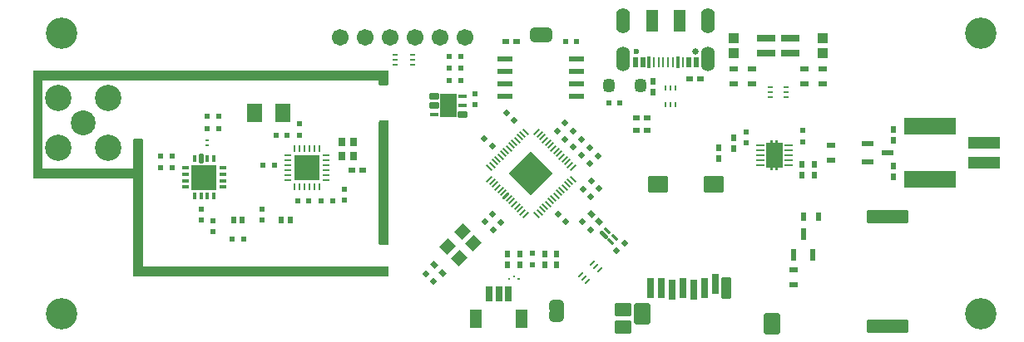
<source format=gbr>
%TF.GenerationSoftware,KiCad,Pcbnew,9.0.2+1*%
%TF.CreationDate,2025-05-31T23:41:05+01:00*%
%TF.ProjectId,OBC,4f42432e-6b69-4636-9164-5f7063625858,rev?*%
%TF.SameCoordinates,Original*%
%TF.FileFunction,Soldermask,Top*%
%TF.FilePolarity,Negative*%
%FSLAX45Y45*%
G04 Gerber Fmt 4.5, Leading zero omitted, Abs format (unit mm)*
G04 Created by KiCad (PCBNEW 9.0.2+1) date 2025-05-31 23:41:05*
%MOMM*%
%LPD*%
G01*
G04 APERTURE LIST*
G04 Aperture macros list*
%AMRoundRect*
0 Rectangle with rounded corners*
0 $1 Rounding radius*
0 $2 $3 $4 $5 $6 $7 $8 $9 X,Y pos of 4 corners*
0 Add a 4 corners polygon primitive as box body*
4,1,4,$2,$3,$4,$5,$6,$7,$8,$9,$2,$3,0*
0 Add four circle primitives for the rounded corners*
1,1,$1+$1,$2,$3*
1,1,$1+$1,$4,$5*
1,1,$1+$1,$6,$7*
1,1,$1+$1,$8,$9*
0 Add four rect primitives between the rounded corners*
20,1,$1+$1,$2,$3,$4,$5,0*
20,1,$1+$1,$4,$5,$6,$7,0*
20,1,$1+$1,$6,$7,$8,$9,0*
20,1,$1+$1,$8,$9,$2,$3,0*%
%AMRotRect*
0 Rectangle, with rotation*
0 The origin of the aperture is its center*
0 $1 length*
0 $2 width*
0 $3 Rotation angle, in degrees counterclockwise*
0 Add horizontal line*
21,1,$1,$2,0,0,$3*%
%AMFreePoly0*
4,1,23,0.500000,-0.750000,0.000000,-0.750000,0.000000,-0.745722,-0.065263,-0.745722,-0.191342,-0.711940,-0.304381,-0.646677,-0.396677,-0.554381,-0.461940,-0.441342,-0.495722,-0.315263,-0.495722,-0.250000,-0.500000,-0.250000,-0.500000,0.250000,-0.495722,0.250000,-0.495722,0.315263,-0.461940,0.441342,-0.396677,0.554381,-0.304381,0.646677,-0.191342,0.711940,-0.065263,0.745722,0.000000,0.745722,
0.000000,0.750000,0.500000,0.750000,0.500000,-0.750000,0.500000,-0.750000,$1*%
%AMFreePoly1*
4,1,23,0.000000,0.745722,0.065263,0.745722,0.191342,0.711940,0.304381,0.646677,0.396677,0.554381,0.461940,0.441342,0.495722,0.315263,0.495722,0.250000,0.500000,0.250000,0.500000,-0.250000,0.495722,-0.250000,0.495722,-0.315263,0.461940,-0.441342,0.396677,-0.554381,0.304381,-0.646677,0.191342,-0.711940,0.065263,-0.745722,0.000000,-0.745722,0.000000,-0.750000,-0.500000,-0.750000,
-0.500000,0.750000,0.000000,0.750000,0.000000,0.745722,0.000000,0.745722,$1*%
%AMFreePoly2*
4,1,21,-0.127000,1.244600,0.127000,1.244600,0.127000,1.549400,0.381000,1.549400,0.381000,1.244600,0.876300,1.244600,0.876300,-1.244600,0.381000,-1.244600,0.381000,-1.549400,0.127000,-1.549400,0.127000,-1.244600,-0.127000,-1.244600,-0.127000,-1.549400,-0.381000,-1.549400,-0.381000,-1.244600,-0.876300,-1.244600,-0.876300,1.244600,-0.381000,1.244600,-0.381000,1.549400,-0.127000,1.549400,
-0.127000,1.244600,-0.127000,1.244600,$1*%
G04 Aperture macros list end*
%ADD10C,0.010000*%
%ADD11C,0.000000*%
%ADD12RotRect,0.177800X0.812800X45.000000*%
%ADD13RotRect,0.177800X0.812800X315.000000*%
%ADD14RoundRect,0.050000X-0.350230X-0.224506X-0.224506X-0.350230X0.350230X0.224506X0.224506X0.350230X0*%
%ADD15RotRect,3.200400X3.200400X315.000000*%
%ADD16C,1.701800*%
%ADD17C,0.630000*%
%ADD18C,0.600000*%
%ADD19R,0.520000X1.000000*%
%ADD20R,0.270000X1.000000*%
%ADD21RoundRect,0.070000X0.135000X0.500000X-0.135000X0.500000X-0.135000X-0.500000X0.135000X-0.500000X0*%
%ADD22RoundRect,0.120000X0.500000X1.000000X-0.500000X1.000000X-0.500000X-1.000000X0.500000X-1.000000X0*%
%ADD23O,1.362000X2.520000*%
%ADD24O,1.404000X2.604000*%
%ADD25RoundRect,0.120000X-0.400000X-1.000000X0.400000X-1.000000X0.400000X1.000000X-0.400000X1.000000X0*%
%ADD26R,0.800000X2.000000*%
%ADD27RoundRect,0.120000X-0.900000X-0.700000X0.900000X-0.700000X0.900000X0.700000X-0.900000X0.700000X0*%
%ADD28RoundRect,0.120000X-0.700000X-0.950000X0.700000X-0.950000X0.700000X0.950000X-0.700000X0.950000X0*%
%ADD29RotRect,1.100000X1.300000X135.000000*%
%ADD30R,0.925000X2.400000*%
%ADD31R,0.925000X1.300000*%
%ADD32R,2.400000X0.925000*%
%ADD33R,1.300000X0.925000*%
%ADD34RoundRect,0.120000X0.406400X0.203200X-0.406400X0.203200X-0.406400X-0.203200X0.406400X-0.203200X0*%
%ADD35R,0.812800X0.406400*%
%ADD36R,1.752600X2.489200*%
%ADD37RoundRect,0.095000X-0.285000X-0.335000X0.285000X-0.335000X0.285000X0.335000X-0.285000X0.335000X0*%
%ADD38RoundRect,0.278500X-0.278500X-0.358500X0.278500X-0.358500X0.278500X0.358500X-0.278500X0.358500X0*%
%ADD39RotRect,0.762000X0.254000X315.000000*%
%ADD40RoundRect,0.100000X-0.359210X0.179605X0.179605X-0.359210X0.359210X-0.179605X-0.179605X0.359210X0*%
%ADD41R,0.508000X0.558800*%
%ADD42R,0.499999X0.655599*%
%ADD43R,1.524000X0.533400*%
%ADD44R,0.558800X0.508000*%
%ADD45C,3.200000*%
%ADD46R,0.762000X0.254000*%
%ADD47R,0.254000X0.762000*%
%ADD48R,2.641600X2.641600*%
%ADD49R,0.655599X0.499999*%
%ADD50R,0.400000X0.210000*%
%ADD51RoundRect,0.102000X0.725000X-0.575000X0.725000X0.575000X-0.725000X0.575000X-0.725000X-0.575000X0*%
%ADD52RotRect,0.558800X0.508000X225.000000*%
%ADD53RotRect,0.558800X0.508000X315.000000*%
%ADD54R,0.812800X0.500000*%
%ADD55R,1.244600X0.558800*%
%ADD56R,0.660400X1.549400*%
%ADD57R,1.295400X1.905000*%
%ADD58FreePoly0,90.000000*%
%ADD59FreePoly1,90.000000*%
%ADD60R,0.600000X1.250000*%
%ADD61R,0.304800X0.762000*%
%ADD62RoundRect,0.100000X-0.152400X-0.381000X0.152400X-0.381000X0.152400X0.381000X-0.152400X0.381000X0*%
%ADD63R,0.762000X0.304800*%
%ADD64RotRect,0.558800X0.508000X45.000000*%
%ADD65R,0.500000X0.660000*%
%ADD66R,0.609600X0.228600*%
%ADD67R,1.000000X1.050000*%
%ADD68R,1.905000X0.660400*%
%ADD69RotRect,0.558800X0.508000X135.000000*%
%ADD70RotRect,0.655599X0.499999X135.000000*%
%ADD71R,3.200400X1.244600*%
%ADD72R,5.359400X1.752600*%
%ADD73C,2.529000*%
%ADD74C,2.679000*%
%ADD75R,1.550000X1.950000*%
%ADD76RoundRect,0.102000X-2.000000X0.600000X-2.000000X-0.600000X2.000000X-0.600000X2.000000X0.600000X0*%
%ADD77R,0.228600X0.609600*%
%ADD78R,0.500000X0.812800*%
%ADD79RotRect,0.655599X0.499999X315.000000*%
%ADD80RotRect,0.609600X0.228600X225.000000*%
%ADD81FreePoly0,180.000000*%
%ADD82FreePoly1,180.000000*%
%ADD83R,0.812800X0.254000*%
%ADD84FreePoly2,0.000000*%
G04 APERTURE END LIST*
D10*
%TO.C,D5*%
X14890000Y-9496440D02*
X14890100Y-9496440D01*
X14890300Y-9496440D01*
X14890400Y-9496540D01*
X14890500Y-9496540D01*
X14890600Y-9496640D01*
X14890700Y-9496640D01*
X14890900Y-9496740D01*
X14891000Y-9496840D01*
X14891100Y-9496940D01*
X14891200Y-9496940D01*
X14891300Y-9497040D01*
X14891400Y-9497140D01*
X14891400Y-9497240D01*
X14891500Y-9497340D01*
X14891600Y-9497440D01*
X14891700Y-9497540D01*
X14891700Y-9497740D01*
X14891800Y-9497840D01*
X14891800Y-9497940D01*
X14891900Y-9498040D01*
X14891900Y-9498240D01*
X14891900Y-9498340D01*
X14892000Y-9498440D01*
X14892000Y-9498540D01*
X14892000Y-9498740D01*
X14892000Y-9498840D01*
X14892000Y-9503840D01*
X14892000Y-9503940D01*
X14892000Y-9504140D01*
X14892000Y-9504240D01*
X14891900Y-9504340D01*
X14891900Y-9504440D01*
X14891900Y-9504640D01*
X14891800Y-9504740D01*
X14891800Y-9504840D01*
X14891700Y-9504940D01*
X14891700Y-9505040D01*
X14891600Y-9505240D01*
X14891500Y-9505340D01*
X14891400Y-9505440D01*
X14891400Y-9505540D01*
X14891300Y-9505640D01*
X14891200Y-9505740D01*
X14891100Y-9505740D01*
X14891000Y-9505840D01*
X14890900Y-9505940D01*
X14890700Y-9506040D01*
X14890600Y-9506040D01*
X14890500Y-9506140D01*
X14890400Y-9506140D01*
X14890300Y-9506240D01*
X14890100Y-9506240D01*
X14890000Y-9506240D01*
X14889900Y-9506340D01*
X14889800Y-9506340D01*
X14889600Y-9506340D01*
X14889500Y-9506340D01*
X14884500Y-9506340D01*
X14884400Y-9506340D01*
X14884200Y-9506340D01*
X14884100Y-9506340D01*
X14884000Y-9506240D01*
X14883900Y-9506240D01*
X14883700Y-9506240D01*
X14883600Y-9506140D01*
X14883500Y-9506140D01*
X14883400Y-9506040D01*
X14883200Y-9506040D01*
X14883100Y-9505940D01*
X14883000Y-9505840D01*
X14882900Y-9505740D01*
X14882800Y-9505740D01*
X14882700Y-9505640D01*
X14882600Y-9505540D01*
X14882600Y-9505440D01*
X14882500Y-9505340D01*
X14882400Y-9505240D01*
X14882300Y-9505040D01*
X14882300Y-9504940D01*
X14882200Y-9504840D01*
X14882200Y-9504740D01*
X14882100Y-9504640D01*
X14882100Y-9504440D01*
X14882100Y-9504340D01*
X14882000Y-9504240D01*
X14882000Y-9504140D01*
X14882000Y-9503940D01*
X14882000Y-9503840D01*
X14882000Y-9498840D01*
X14882000Y-9498740D01*
X14882000Y-9498540D01*
X14882000Y-9498440D01*
X14882100Y-9498340D01*
X14882100Y-9498240D01*
X14882100Y-9498040D01*
X14882200Y-9497940D01*
X14882200Y-9497840D01*
X14882300Y-9497740D01*
X14882300Y-9497540D01*
X14882400Y-9497440D01*
X14882500Y-9497340D01*
X14882600Y-9497240D01*
X14882600Y-9497140D01*
X14882700Y-9497040D01*
X14882800Y-9496940D01*
X14882900Y-9496940D01*
X14883000Y-9496840D01*
X14883100Y-9496740D01*
X14883200Y-9496640D01*
X14883400Y-9496640D01*
X14883500Y-9496540D01*
X14883600Y-9496540D01*
X14883700Y-9496440D01*
X14883900Y-9496440D01*
X14884000Y-9496440D01*
X14884100Y-9496340D01*
X14884200Y-9496340D01*
X14884400Y-9496340D01*
X14884500Y-9496340D01*
X14889500Y-9496340D01*
X14889600Y-9496340D01*
X14889800Y-9496340D01*
X14889900Y-9496340D01*
X14890000Y-9496440D01*
G36*
X14890000Y-9496440D02*
G01*
X14890100Y-9496440D01*
X14890300Y-9496440D01*
X14890400Y-9496540D01*
X14890500Y-9496540D01*
X14890600Y-9496640D01*
X14890700Y-9496640D01*
X14890900Y-9496740D01*
X14891000Y-9496840D01*
X14891100Y-9496940D01*
X14891200Y-9496940D01*
X14891300Y-9497040D01*
X14891400Y-9497140D01*
X14891400Y-9497240D01*
X14891500Y-9497340D01*
X14891600Y-9497440D01*
X14891700Y-9497540D01*
X14891700Y-9497740D01*
X14891800Y-9497840D01*
X14891800Y-9497940D01*
X14891900Y-9498040D01*
X14891900Y-9498240D01*
X14891900Y-9498340D01*
X14892000Y-9498440D01*
X14892000Y-9498540D01*
X14892000Y-9498740D01*
X14892000Y-9498840D01*
X14892000Y-9503840D01*
X14892000Y-9503940D01*
X14892000Y-9504140D01*
X14892000Y-9504240D01*
X14891900Y-9504340D01*
X14891900Y-9504440D01*
X14891900Y-9504640D01*
X14891800Y-9504740D01*
X14891800Y-9504840D01*
X14891700Y-9504940D01*
X14891700Y-9505040D01*
X14891600Y-9505240D01*
X14891500Y-9505340D01*
X14891400Y-9505440D01*
X14891400Y-9505540D01*
X14891300Y-9505640D01*
X14891200Y-9505740D01*
X14891100Y-9505740D01*
X14891000Y-9505840D01*
X14890900Y-9505940D01*
X14890700Y-9506040D01*
X14890600Y-9506040D01*
X14890500Y-9506140D01*
X14890400Y-9506140D01*
X14890300Y-9506240D01*
X14890100Y-9506240D01*
X14890000Y-9506240D01*
X14889900Y-9506340D01*
X14889800Y-9506340D01*
X14889600Y-9506340D01*
X14889500Y-9506340D01*
X14884500Y-9506340D01*
X14884400Y-9506340D01*
X14884200Y-9506340D01*
X14884100Y-9506340D01*
X14884000Y-9506240D01*
X14883900Y-9506240D01*
X14883700Y-9506240D01*
X14883600Y-9506140D01*
X14883500Y-9506140D01*
X14883400Y-9506040D01*
X14883200Y-9506040D01*
X14883100Y-9505940D01*
X14883000Y-9505840D01*
X14882900Y-9505740D01*
X14882800Y-9505740D01*
X14882700Y-9505640D01*
X14882600Y-9505540D01*
X14882600Y-9505440D01*
X14882500Y-9505340D01*
X14882400Y-9505240D01*
X14882300Y-9505040D01*
X14882300Y-9504940D01*
X14882200Y-9504840D01*
X14882200Y-9504740D01*
X14882100Y-9504640D01*
X14882100Y-9504440D01*
X14882100Y-9504340D01*
X14882000Y-9504240D01*
X14882000Y-9504140D01*
X14882000Y-9503940D01*
X14882000Y-9503840D01*
X14882000Y-9498840D01*
X14882000Y-9498740D01*
X14882000Y-9498540D01*
X14882000Y-9498440D01*
X14882100Y-9498340D01*
X14882100Y-9498240D01*
X14882100Y-9498040D01*
X14882200Y-9497940D01*
X14882200Y-9497840D01*
X14882300Y-9497740D01*
X14882300Y-9497540D01*
X14882400Y-9497440D01*
X14882500Y-9497340D01*
X14882600Y-9497240D01*
X14882600Y-9497140D01*
X14882700Y-9497040D01*
X14882800Y-9496940D01*
X14882900Y-9496940D01*
X14883000Y-9496840D01*
X14883100Y-9496740D01*
X14883200Y-9496640D01*
X14883400Y-9496640D01*
X14883500Y-9496540D01*
X14883600Y-9496540D01*
X14883700Y-9496440D01*
X14883900Y-9496440D01*
X14884000Y-9496440D01*
X14884100Y-9496340D01*
X14884200Y-9496340D01*
X14884400Y-9496340D01*
X14884500Y-9496340D01*
X14889500Y-9496340D01*
X14889600Y-9496340D01*
X14889800Y-9496340D01*
X14889900Y-9496340D01*
X14890000Y-9496440D01*
G37*
X14940000Y-9471440D02*
X14940100Y-9471440D01*
X14940300Y-9471440D01*
X14940400Y-9471540D01*
X14940500Y-9471540D01*
X14940600Y-9471640D01*
X14940800Y-9471640D01*
X14940900Y-9471740D01*
X14941000Y-9471840D01*
X14941100Y-9471940D01*
X14941200Y-9471940D01*
X14941300Y-9472040D01*
X14941400Y-9472140D01*
X14941400Y-9472240D01*
X14941500Y-9472340D01*
X14941600Y-9472440D01*
X14941700Y-9472640D01*
X14941700Y-9472740D01*
X14941800Y-9472840D01*
X14941800Y-9472940D01*
X14941900Y-9473040D01*
X14941900Y-9473240D01*
X14941900Y-9473340D01*
X14942000Y-9473440D01*
X14942000Y-9473540D01*
X14942000Y-9473740D01*
X14942000Y-9473840D01*
X14942000Y-9478840D01*
X14942000Y-9478940D01*
X14942000Y-9479140D01*
X14942000Y-9479240D01*
X14941900Y-9479340D01*
X14941900Y-9479440D01*
X14941900Y-9479640D01*
X14941800Y-9479740D01*
X14941800Y-9479840D01*
X14941700Y-9479940D01*
X14941700Y-9480140D01*
X14941600Y-9480240D01*
X14941500Y-9480340D01*
X14941400Y-9480440D01*
X14941400Y-9480540D01*
X14941300Y-9480640D01*
X14941200Y-9480740D01*
X14941100Y-9480740D01*
X14941000Y-9480840D01*
X14940900Y-9480940D01*
X14940700Y-9481040D01*
X14940600Y-9481040D01*
X14940500Y-9481140D01*
X14940400Y-9481140D01*
X14940300Y-9481240D01*
X14940100Y-9481240D01*
X14940000Y-9481240D01*
X14939900Y-9481340D01*
X14939800Y-9481340D01*
X14939600Y-9481340D01*
X14939500Y-9481340D01*
X14934500Y-9481340D01*
X14934400Y-9481340D01*
X14934200Y-9481340D01*
X14934100Y-9481340D01*
X14934000Y-9481240D01*
X14933900Y-9481240D01*
X14933700Y-9481240D01*
X14933600Y-9481140D01*
X14933500Y-9481140D01*
X14933400Y-9481040D01*
X14933300Y-9481040D01*
X14933100Y-9480940D01*
X14933000Y-9480840D01*
X14932900Y-9480740D01*
X14932800Y-9480740D01*
X14932700Y-9480640D01*
X14932600Y-9480540D01*
X14932600Y-9480440D01*
X14932500Y-9480340D01*
X14932400Y-9480240D01*
X14932300Y-9480140D01*
X14932300Y-9479940D01*
X14932200Y-9479840D01*
X14932200Y-9479740D01*
X14932100Y-9479640D01*
X14932100Y-9479440D01*
X14932100Y-9479340D01*
X14932000Y-9479240D01*
X14932000Y-9479140D01*
X14932000Y-9478940D01*
X14932000Y-9478840D01*
X14932000Y-9473840D01*
X14932000Y-9473740D01*
X14932000Y-9473540D01*
X14932000Y-9473440D01*
X14932100Y-9473340D01*
X14932100Y-9473240D01*
X14932100Y-9473040D01*
X14932200Y-9472940D01*
X14932200Y-9472840D01*
X14932300Y-9472740D01*
X14932300Y-9472640D01*
X14932400Y-9472440D01*
X14932500Y-9472340D01*
X14932600Y-9472240D01*
X14932600Y-9472140D01*
X14932700Y-9472040D01*
X14932800Y-9471940D01*
X14932900Y-9471940D01*
X14933000Y-9471840D01*
X14933100Y-9471740D01*
X14933200Y-9471640D01*
X14933400Y-9471640D01*
X14933500Y-9471540D01*
X14933600Y-9471540D01*
X14933700Y-9471440D01*
X14933900Y-9471440D01*
X14934000Y-9471440D01*
X14934100Y-9471340D01*
X14934200Y-9471340D01*
X14934400Y-9471340D01*
X14934500Y-9471340D01*
X14939500Y-9471340D01*
X14939600Y-9471340D01*
X14939800Y-9471340D01*
X14939900Y-9471340D01*
X14940000Y-9471440D01*
G36*
X14940000Y-9471440D02*
G01*
X14940100Y-9471440D01*
X14940300Y-9471440D01*
X14940400Y-9471540D01*
X14940500Y-9471540D01*
X14940600Y-9471640D01*
X14940800Y-9471640D01*
X14940900Y-9471740D01*
X14941000Y-9471840D01*
X14941100Y-9471940D01*
X14941200Y-9471940D01*
X14941300Y-9472040D01*
X14941400Y-9472140D01*
X14941400Y-9472240D01*
X14941500Y-9472340D01*
X14941600Y-9472440D01*
X14941700Y-9472640D01*
X14941700Y-9472740D01*
X14941800Y-9472840D01*
X14941800Y-9472940D01*
X14941900Y-9473040D01*
X14941900Y-9473240D01*
X14941900Y-9473340D01*
X14942000Y-9473440D01*
X14942000Y-9473540D01*
X14942000Y-9473740D01*
X14942000Y-9473840D01*
X14942000Y-9478840D01*
X14942000Y-9478940D01*
X14942000Y-9479140D01*
X14942000Y-9479240D01*
X14941900Y-9479340D01*
X14941900Y-9479440D01*
X14941900Y-9479640D01*
X14941800Y-9479740D01*
X14941800Y-9479840D01*
X14941700Y-9479940D01*
X14941700Y-9480140D01*
X14941600Y-9480240D01*
X14941500Y-9480340D01*
X14941400Y-9480440D01*
X14941400Y-9480540D01*
X14941300Y-9480640D01*
X14941200Y-9480740D01*
X14941100Y-9480740D01*
X14941000Y-9480840D01*
X14940900Y-9480940D01*
X14940700Y-9481040D01*
X14940600Y-9481040D01*
X14940500Y-9481140D01*
X14940400Y-9481140D01*
X14940300Y-9481240D01*
X14940100Y-9481240D01*
X14940000Y-9481240D01*
X14939900Y-9481340D01*
X14939800Y-9481340D01*
X14939600Y-9481340D01*
X14939500Y-9481340D01*
X14934500Y-9481340D01*
X14934400Y-9481340D01*
X14934200Y-9481340D01*
X14934100Y-9481340D01*
X14934000Y-9481240D01*
X14933900Y-9481240D01*
X14933700Y-9481240D01*
X14933600Y-9481140D01*
X14933500Y-9481140D01*
X14933400Y-9481040D01*
X14933300Y-9481040D01*
X14933100Y-9480940D01*
X14933000Y-9480840D01*
X14932900Y-9480740D01*
X14932800Y-9480740D01*
X14932700Y-9480640D01*
X14932600Y-9480540D01*
X14932600Y-9480440D01*
X14932500Y-9480340D01*
X14932400Y-9480240D01*
X14932300Y-9480140D01*
X14932300Y-9479940D01*
X14932200Y-9479840D01*
X14932200Y-9479740D01*
X14932100Y-9479640D01*
X14932100Y-9479440D01*
X14932100Y-9479340D01*
X14932000Y-9479240D01*
X14932000Y-9479140D01*
X14932000Y-9478940D01*
X14932000Y-9478840D01*
X14932000Y-9473840D01*
X14932000Y-9473740D01*
X14932000Y-9473540D01*
X14932000Y-9473440D01*
X14932100Y-9473340D01*
X14932100Y-9473240D01*
X14932100Y-9473040D01*
X14932200Y-9472940D01*
X14932200Y-9472840D01*
X14932300Y-9472740D01*
X14932300Y-9472640D01*
X14932400Y-9472440D01*
X14932500Y-9472340D01*
X14932600Y-9472240D01*
X14932600Y-9472140D01*
X14932700Y-9472040D01*
X14932800Y-9471940D01*
X14932900Y-9471940D01*
X14933000Y-9471840D01*
X14933100Y-9471740D01*
X14933200Y-9471640D01*
X14933400Y-9471640D01*
X14933500Y-9471540D01*
X14933600Y-9471540D01*
X14933700Y-9471440D01*
X14933900Y-9471440D01*
X14934000Y-9471440D01*
X14934100Y-9471340D01*
X14934200Y-9471340D01*
X14934400Y-9471340D01*
X14934500Y-9471340D01*
X14939500Y-9471340D01*
X14939600Y-9471340D01*
X14939800Y-9471340D01*
X14939900Y-9471340D01*
X14940000Y-9471440D01*
G37*
X14990000Y-9496440D02*
X14990100Y-9496440D01*
X14990300Y-9496440D01*
X14990400Y-9496540D01*
X14990500Y-9496540D01*
X14990600Y-9496640D01*
X14990800Y-9496640D01*
X14990900Y-9496740D01*
X14991000Y-9496840D01*
X14991100Y-9496940D01*
X14991200Y-9496940D01*
X14991300Y-9497040D01*
X14991400Y-9497140D01*
X14991400Y-9497240D01*
X14991500Y-9497340D01*
X14991600Y-9497440D01*
X14991700Y-9497640D01*
X14991700Y-9497740D01*
X14991800Y-9497840D01*
X14991800Y-9497940D01*
X14991900Y-9498040D01*
X14991900Y-9498240D01*
X14991900Y-9498340D01*
X14992000Y-9498440D01*
X14992000Y-9498540D01*
X14992000Y-9498740D01*
X14992000Y-9498840D01*
X14992000Y-9503840D01*
X14992000Y-9503940D01*
X14992000Y-9504140D01*
X14992000Y-9504240D01*
X14991900Y-9504340D01*
X14991900Y-9504440D01*
X14991900Y-9504640D01*
X14991800Y-9504740D01*
X14991800Y-9504840D01*
X14991700Y-9504940D01*
X14991700Y-9505040D01*
X14991600Y-9505240D01*
X14991500Y-9505340D01*
X14991400Y-9505440D01*
X14991400Y-9505540D01*
X14991300Y-9505640D01*
X14991200Y-9505740D01*
X14991100Y-9505740D01*
X14991000Y-9505840D01*
X14990900Y-9505940D01*
X14990800Y-9506040D01*
X14990600Y-9506040D01*
X14990500Y-9506140D01*
X14990400Y-9506140D01*
X14990300Y-9506240D01*
X14990100Y-9506240D01*
X14990000Y-9506240D01*
X14989900Y-9506340D01*
X14989800Y-9506340D01*
X14989600Y-9506340D01*
X14989500Y-9506340D01*
X14984500Y-9506340D01*
X14984400Y-9506340D01*
X14984200Y-9506340D01*
X14984100Y-9506340D01*
X14984000Y-9506240D01*
X14983900Y-9506240D01*
X14983700Y-9506240D01*
X14983600Y-9506140D01*
X14983500Y-9506140D01*
X14983400Y-9506040D01*
X14983300Y-9506040D01*
X14983100Y-9505940D01*
X14983000Y-9505840D01*
X14982900Y-9505740D01*
X14982800Y-9505740D01*
X14982700Y-9505640D01*
X14982600Y-9505540D01*
X14982600Y-9505440D01*
X14982500Y-9505340D01*
X14982400Y-9505240D01*
X14982300Y-9505040D01*
X14982300Y-9504940D01*
X14982200Y-9504840D01*
X14982200Y-9504740D01*
X14982100Y-9504640D01*
X14982100Y-9504440D01*
X14982100Y-9504340D01*
X14982000Y-9504240D01*
X14982000Y-9504140D01*
X14982000Y-9503940D01*
X14982000Y-9503840D01*
X14982000Y-9498840D01*
X14982000Y-9498740D01*
X14982000Y-9498540D01*
X14982000Y-9498440D01*
X14982100Y-9498340D01*
X14982100Y-9498240D01*
X14982100Y-9498040D01*
X14982200Y-9497940D01*
X14982200Y-9497840D01*
X14982300Y-9497740D01*
X14982300Y-9497540D01*
X14982400Y-9497440D01*
X14982500Y-9497340D01*
X14982600Y-9497240D01*
X14982600Y-9497140D01*
X14982700Y-9497040D01*
X14982800Y-9496940D01*
X14982900Y-9496940D01*
X14983000Y-9496840D01*
X14983100Y-9496740D01*
X14983300Y-9496640D01*
X14983400Y-9496640D01*
X14983500Y-9496540D01*
X14983600Y-9496540D01*
X14983700Y-9496440D01*
X14983900Y-9496440D01*
X14984000Y-9496440D01*
X14984100Y-9496340D01*
X14984200Y-9496340D01*
X14984400Y-9496340D01*
X14984500Y-9496340D01*
X14989500Y-9496340D01*
X14989600Y-9496340D01*
X14989800Y-9496340D01*
X14989900Y-9496340D01*
X14990000Y-9496440D01*
G36*
X14990000Y-9496440D02*
G01*
X14990100Y-9496440D01*
X14990300Y-9496440D01*
X14990400Y-9496540D01*
X14990500Y-9496540D01*
X14990600Y-9496640D01*
X14990800Y-9496640D01*
X14990900Y-9496740D01*
X14991000Y-9496840D01*
X14991100Y-9496940D01*
X14991200Y-9496940D01*
X14991300Y-9497040D01*
X14991400Y-9497140D01*
X14991400Y-9497240D01*
X14991500Y-9497340D01*
X14991600Y-9497440D01*
X14991700Y-9497640D01*
X14991700Y-9497740D01*
X14991800Y-9497840D01*
X14991800Y-9497940D01*
X14991900Y-9498040D01*
X14991900Y-9498240D01*
X14991900Y-9498340D01*
X14992000Y-9498440D01*
X14992000Y-9498540D01*
X14992000Y-9498740D01*
X14992000Y-9498840D01*
X14992000Y-9503840D01*
X14992000Y-9503940D01*
X14992000Y-9504140D01*
X14992000Y-9504240D01*
X14991900Y-9504340D01*
X14991900Y-9504440D01*
X14991900Y-9504640D01*
X14991800Y-9504740D01*
X14991800Y-9504840D01*
X14991700Y-9504940D01*
X14991700Y-9505040D01*
X14991600Y-9505240D01*
X14991500Y-9505340D01*
X14991400Y-9505440D01*
X14991400Y-9505540D01*
X14991300Y-9505640D01*
X14991200Y-9505740D01*
X14991100Y-9505740D01*
X14991000Y-9505840D01*
X14990900Y-9505940D01*
X14990800Y-9506040D01*
X14990600Y-9506040D01*
X14990500Y-9506140D01*
X14990400Y-9506140D01*
X14990300Y-9506240D01*
X14990100Y-9506240D01*
X14990000Y-9506240D01*
X14989900Y-9506340D01*
X14989800Y-9506340D01*
X14989600Y-9506340D01*
X14989500Y-9506340D01*
X14984500Y-9506340D01*
X14984400Y-9506340D01*
X14984200Y-9506340D01*
X14984100Y-9506340D01*
X14984000Y-9506240D01*
X14983900Y-9506240D01*
X14983700Y-9506240D01*
X14983600Y-9506140D01*
X14983500Y-9506140D01*
X14983400Y-9506040D01*
X14983300Y-9506040D01*
X14983100Y-9505940D01*
X14983000Y-9505840D01*
X14982900Y-9505740D01*
X14982800Y-9505740D01*
X14982700Y-9505640D01*
X14982600Y-9505540D01*
X14982600Y-9505440D01*
X14982500Y-9505340D01*
X14982400Y-9505240D01*
X14982300Y-9505040D01*
X14982300Y-9504940D01*
X14982200Y-9504840D01*
X14982200Y-9504740D01*
X14982100Y-9504640D01*
X14982100Y-9504440D01*
X14982100Y-9504340D01*
X14982000Y-9504240D01*
X14982000Y-9504140D01*
X14982000Y-9503940D01*
X14982000Y-9503840D01*
X14982000Y-9498840D01*
X14982000Y-9498740D01*
X14982000Y-9498540D01*
X14982000Y-9498440D01*
X14982100Y-9498340D01*
X14982100Y-9498240D01*
X14982100Y-9498040D01*
X14982200Y-9497940D01*
X14982200Y-9497840D01*
X14982300Y-9497740D01*
X14982300Y-9497540D01*
X14982400Y-9497440D01*
X14982500Y-9497340D01*
X14982600Y-9497240D01*
X14982600Y-9497140D01*
X14982700Y-9497040D01*
X14982800Y-9496940D01*
X14982900Y-9496940D01*
X14983000Y-9496840D01*
X14983100Y-9496740D01*
X14983300Y-9496640D01*
X14983400Y-9496640D01*
X14983500Y-9496540D01*
X14983600Y-9496540D01*
X14983700Y-9496440D01*
X14983900Y-9496440D01*
X14984000Y-9496440D01*
X14984100Y-9496340D01*
X14984200Y-9496340D01*
X14984400Y-9496340D01*
X14984500Y-9496340D01*
X14989500Y-9496340D01*
X14989600Y-9496340D01*
X14989800Y-9496340D01*
X14989900Y-9496340D01*
X14990000Y-9496440D01*
G37*
%TO.C,JP2*%
G36*
X15304411Y-9851000D02*
G01*
X15454411Y-9851000D01*
X15454411Y-9821000D01*
X15304411Y-9821000D01*
X15304411Y-9851000D01*
G37*
%TO.C,JP3*%
G36*
X15233000Y-7091000D02*
G01*
X15203000Y-7091000D01*
X15203000Y-6941000D01*
X15233000Y-6941000D01*
X15233000Y-7091000D01*
G37*
D11*
%TO.C,U4*%
G36*
X17581435Y-8122725D02*
G01*
X17556035Y-8122725D01*
X17556035Y-8092245D01*
X17581435Y-8092245D01*
X17581435Y-8122725D01*
G37*
G36*
X17581435Y-8402125D02*
G01*
X17556035Y-8402125D01*
X17556035Y-8371645D01*
X17581435Y-8371645D01*
X17581435Y-8402125D01*
G37*
G36*
X17632235Y-8122725D02*
G01*
X17606835Y-8122725D01*
X17606835Y-8092245D01*
X17632235Y-8092245D01*
X17632235Y-8122725D01*
G37*
G36*
X17632235Y-8402125D02*
G01*
X17606835Y-8402125D01*
X17606835Y-8371645D01*
X17632235Y-8371645D01*
X17632235Y-8402125D01*
G37*
%TD*%
D12*
%TO.C,MCU1*%
X15061177Y-8006481D03*
X15032893Y-8034766D03*
X15004608Y-8063050D03*
X14976324Y-8091334D03*
X14948040Y-8119618D03*
X14919755Y-8147903D03*
X14891471Y-8176187D03*
X14863187Y-8204471D03*
X14834903Y-8232755D03*
X14806618Y-8261040D03*
X14778334Y-8289324D03*
X14750050Y-8317608D03*
X14721766Y-8345893D03*
X14693481Y-8374177D03*
D13*
X14693481Y-8487823D03*
X14721766Y-8516107D03*
X14750050Y-8544392D03*
X14778334Y-8572676D03*
X14806618Y-8600960D03*
X14834903Y-8629245D03*
D14*
X14863187Y-8657529D03*
D13*
X14891471Y-8685813D03*
X14919755Y-8714097D03*
X14948040Y-8742382D03*
X14976324Y-8770666D03*
X15004608Y-8798950D03*
X15032893Y-8827234D03*
X15061177Y-8855519D03*
D12*
X15174823Y-8855519D03*
X15203107Y-8827234D03*
X15231392Y-8798950D03*
X15259676Y-8770666D03*
X15287960Y-8742382D03*
X15316244Y-8714097D03*
X15344529Y-8685813D03*
X15372813Y-8657529D03*
X15401097Y-8629245D03*
X15429382Y-8600960D03*
X15457666Y-8572676D03*
X15485950Y-8544392D03*
X15514234Y-8516107D03*
X15542519Y-8487823D03*
D13*
X15542519Y-8374177D03*
X15514234Y-8345893D03*
X15485950Y-8317608D03*
X15457666Y-8289324D03*
X15429382Y-8261040D03*
X15401097Y-8232755D03*
X15372813Y-8204471D03*
X15344529Y-8176187D03*
X15316244Y-8147903D03*
X15287960Y-8119618D03*
X15259676Y-8091334D03*
X15231392Y-8063050D03*
X15203107Y-8034766D03*
X15174823Y-8006481D03*
D15*
X15118000Y-8431000D03*
%TD*%
D16*
%TO.C,J1*%
X14448000Y-7041000D03*
X14194000Y-7041000D03*
X13940000Y-7041000D03*
X13686000Y-7041000D03*
X13432000Y-7041000D03*
X13178000Y-7041000D03*
%TD*%
D17*
%TO.C,J6*%
X16788925Y-7187250D03*
D18*
X16188925Y-7187250D03*
D19*
X16798925Y-7297250D03*
X16723925Y-7297250D03*
D20*
X16663925Y-7297250D03*
D21*
X16613925Y-7297250D03*
D20*
X16563925Y-7297250D03*
X16513925Y-7297250D03*
X16463925Y-7297250D03*
X16413925Y-7297250D03*
X16363925Y-7297250D03*
D21*
X16313925Y-7297250D03*
D19*
X16253925Y-7297250D03*
X16178925Y-7297250D03*
D22*
X16628925Y-6877250D03*
X16348925Y-6877250D03*
D23*
X16920925Y-7259750D03*
X16056925Y-7259750D03*
D24*
X16920925Y-6877250D03*
X16056925Y-6877250D03*
%TD*%
D25*
%TO.C,J3*%
X17099500Y-9601000D03*
D26*
X16989500Y-9561000D03*
X16879500Y-9601000D03*
X16769500Y-9621000D03*
X16659500Y-9601000D03*
X16549500Y-9621000D03*
X16439500Y-9601000D03*
X16329500Y-9601000D03*
D27*
X16410500Y-8546000D03*
X16980500Y-8546000D03*
D28*
X16250500Y-9861000D03*
X17565500Y-9961000D03*
%TD*%
D29*
%TO.C,XTAL2*%
X14384508Y-9291992D03*
X14533000Y-9143500D03*
X14416327Y-9026827D03*
X14267835Y-9175320D03*
%TD*%
D30*
%TO.C,MP3*%
X11118000Y-8198500D03*
D31*
X11118000Y-8413500D03*
D30*
X11118000Y-8628500D03*
%TD*%
D32*
%TO.C,MP4*%
X12583000Y-9431000D03*
D33*
X12368000Y-9431000D03*
D32*
X12153000Y-9431000D03*
%TD*%
D30*
%TO.C,MP1*%
X13618000Y-8628500D03*
D31*
X13618000Y-8413500D03*
D30*
X13618000Y-8198500D03*
%TD*%
D32*
%TO.C,MP2*%
X12170500Y-7431000D03*
D33*
X12385500Y-7431000D03*
D32*
X12600500Y-7431000D03*
%TD*%
D34*
%TO.C,U7*%
X14417780Y-7831000D03*
D35*
X14417780Y-7736000D03*
X14417780Y-7641000D03*
D34*
X14128220Y-7641000D03*
X14128220Y-7736000D03*
D35*
X14128220Y-7831000D03*
D36*
X14273000Y-7736000D03*
%TD*%
D37*
%TO.C,XTAL1*%
X13195503Y-8109188D03*
X13195503Y-8254188D03*
X13310503Y-8254188D03*
X13310503Y-8109188D03*
%TD*%
D38*
%TO.C,D4*%
X16233500Y-7536000D03*
X15912500Y-7536000D03*
%TD*%
D39*
%TO.C,U2*%
X15894736Y-9015710D03*
D40*
X15855223Y-9055223D03*
D39*
X15925269Y-9125269D03*
X15964782Y-9085756D03*
%TD*%
D41*
%TO.C,C3*%
X13220582Y-8591888D03*
X13220582Y-8706188D03*
%TD*%
D42*
%TO.C,R15*%
X15254008Y-9360250D03*
X15254008Y-9249690D03*
%TD*%
D41*
%TO.C,C22*%
X15128206Y-9247820D03*
X15128206Y-9362120D03*
%TD*%
D43*
%TO.C,U6*%
X14853510Y-7260000D03*
X14853510Y-7387000D03*
X14853510Y-7514000D03*
X14853510Y-7641000D03*
X15582490Y-7641000D03*
X15582490Y-7514000D03*
X15582490Y-7387000D03*
X15582490Y-7260000D03*
%TD*%
D44*
%TO.C,C21*%
X11820850Y-7971000D03*
X11935150Y-7971000D03*
%TD*%
D45*
%TO.C,H4*%
X19698000Y-9861000D03*
%TD*%
%TO.C,H1*%
X10338000Y-7001000D03*
%TD*%
D46*
%TO.C,U1*%
X13033432Y-8498708D03*
X13033432Y-8448708D03*
X13033432Y-8398708D03*
X13033432Y-8348708D03*
X13033432Y-8298708D03*
X13033432Y-8248708D03*
D47*
X12961582Y-8176858D03*
X12911582Y-8176858D03*
X12861582Y-8176858D03*
X12811582Y-8176858D03*
X12761582Y-8176858D03*
X12711582Y-8176858D03*
D46*
X12639732Y-8248708D03*
X12639732Y-8298708D03*
X12639732Y-8348708D03*
X12639732Y-8398708D03*
X12639732Y-8448708D03*
X12639732Y-8498708D03*
D47*
X12711582Y-8570558D03*
X12761582Y-8570558D03*
X12811582Y-8570558D03*
X12861582Y-8570558D03*
X12911582Y-8570558D03*
X12961582Y-8570558D03*
D48*
X12836582Y-8373708D03*
%TD*%
D49*
%TO.C,R17*%
X16298560Y-7991000D03*
X16188000Y-7991000D03*
%TD*%
D50*
%TO.C,L4*%
X11820064Y-8140933D03*
X11820064Y-8096933D03*
%TD*%
D51*
%TO.C,C12*%
X16054500Y-9997000D03*
X16054500Y-9817000D03*
%TD*%
D52*
%TO.C,C28*%
X14725072Y-8846428D03*
X14644250Y-8927250D03*
%TD*%
D41*
%TO.C,C16*%
X17308000Y-8006700D03*
X17308000Y-8121000D03*
%TD*%
D52*
%TO.C,C10*%
X16070411Y-9139589D03*
X15989589Y-9220411D03*
%TD*%
D44*
%TO.C,C1*%
X13096882Y-8708358D03*
X12982582Y-8708358D03*
%TD*%
D41*
%TO.C,C38*%
X14548000Y-7618850D03*
X14548000Y-7733150D03*
%TD*%
D53*
%TO.C,C32*%
X15644855Y-8591828D03*
X15725677Y-8672650D03*
%TD*%
D54*
%TO.C,R11*%
X18169395Y-8147185D03*
X18169395Y-8297185D03*
%TD*%
D41*
%TO.C,C15*%
X11757564Y-8910203D03*
X11757564Y-8795903D03*
%TD*%
D53*
%TO.C,C35*%
X15390178Y-8843178D03*
X15471000Y-8924000D03*
%TD*%
D55*
%TO.C,CR4*%
X18538915Y-8127185D03*
X18538915Y-8317685D03*
X18749735Y-8222435D03*
%TD*%
D56*
%TO.C,J5*%
X14888000Y-9661000D03*
X14788000Y-9661000D03*
X14688000Y-9661000D03*
D57*
X14558000Y-9913500D03*
X15018000Y-9913500D03*
%TD*%
D58*
%TO.C,JP2*%
X15379411Y-9901000D03*
D59*
X15379411Y-9771000D03*
%TD*%
D60*
%TO.C,IC2*%
X17792713Y-9261000D03*
X17983713Y-9261000D03*
X17888213Y-9051000D03*
%TD*%
D49*
%TO.C,R24*%
X14968000Y-7086000D03*
X14857440Y-7086000D03*
%TD*%
D42*
%TO.C,R10*%
X18809325Y-7982155D03*
X18809325Y-8092715D03*
%TD*%
D54*
%TO.C,R13*%
X18088000Y-7516000D03*
X18088000Y-7366000D03*
%TD*%
D42*
%TO.C,R19*%
X15002403Y-9360250D03*
X15002403Y-9249690D03*
%TD*%
D44*
%TO.C,C19*%
X11820850Y-7851000D03*
X11935150Y-7851000D03*
%TD*%
D42*
%TO.C,R23*%
X16357000Y-7491000D03*
X16357000Y-7601560D03*
%TD*%
D61*
%TO.C,U3*%
X11887564Y-8280933D03*
X11822565Y-8280933D03*
D62*
X11757564Y-8280933D03*
D61*
X11692565Y-8280933D03*
D63*
X11598294Y-8375203D03*
X11598294Y-8440203D03*
X11598294Y-8505203D03*
X11598294Y-8570203D03*
D61*
X11692565Y-8664473D03*
X11757564Y-8664473D03*
X11822565Y-8664473D03*
X11887564Y-8664473D03*
D63*
X11981834Y-8570203D03*
X11981834Y-8505203D03*
X11981834Y-8440203D03*
X11981834Y-8375203D03*
D48*
X11790064Y-8472703D03*
%TD*%
D49*
%TO.C,R1*%
X13402142Y-8399188D03*
X13291582Y-8399188D03*
%TD*%
D64*
%TO.C,C30*%
X15464678Y-8081754D03*
X15545501Y-8000932D03*
%TD*%
D65*
%TO.C,L2*%
X12665000Y-8910000D03*
X12575000Y-8910000D03*
%TD*%
D41*
%TO.C,C5*%
X12759732Y-8042658D03*
X12759732Y-7928358D03*
%TD*%
D42*
%TO.C,R9*%
X17873915Y-8341905D03*
X17873915Y-8452465D03*
%TD*%
%TO.C,R18*%
X14877000Y-9360250D03*
X14877000Y-9249690D03*
%TD*%
D64*
%TO.C,C33*%
X15548455Y-8165531D03*
X15629277Y-8084708D03*
%TD*%
D44*
%TO.C,C7*%
X12633732Y-8039188D03*
X12519432Y-8039188D03*
%TD*%
D64*
%TO.C,C27*%
X15716007Y-8333083D03*
X15796830Y-8252261D03*
%TD*%
D41*
%TO.C,C17*%
X11468000Y-8371000D03*
X11468000Y-8256700D03*
%TD*%
D66*
%TO.C,D1*%
X13908170Y-7321000D03*
X13908170Y-7271000D03*
X13908170Y-7221000D03*
X13737990Y-7221000D03*
X13737990Y-7271000D03*
X13737990Y-7321000D03*
%TD*%
D52*
%TO.C,C25*%
X15461724Y-7917156D03*
X15380902Y-7997978D03*
%TD*%
D67*
%TO.C,CR1*%
X18088000Y-7201000D03*
X18088000Y-7051000D03*
%TD*%
D41*
%TO.C,C18*%
X11348000Y-8371000D03*
X11348000Y-8256700D03*
%TD*%
D54*
%TO.C,R6*%
X17788000Y-9416000D03*
X17788000Y-9566000D03*
%TD*%
D68*
%TO.C,U5*%
X17754300Y-7201000D03*
X17754300Y-7051000D03*
X17513000Y-7051000D03*
X17513000Y-7201000D03*
%TD*%
D44*
%TO.C,C13*%
X12077850Y-9100000D03*
X12192150Y-9100000D03*
%TD*%
D45*
%TO.C,H2*%
X19698000Y-7001000D03*
%TD*%
D41*
%TO.C,C14*%
X11881280Y-8912850D03*
X11881280Y-9027150D03*
%TD*%
D69*
%TO.C,C31*%
X14947911Y-7892911D03*
X14867089Y-7812089D03*
%TD*%
D54*
%TO.C,R4*%
X17903000Y-7366000D03*
X17903000Y-7516000D03*
%TD*%
D66*
%TO.C,IC1*%
X17716820Y-7656800D03*
X17716820Y-7606000D03*
X17716820Y-7555200D03*
X17549180Y-7555200D03*
X17549180Y-7606000D03*
X17549180Y-7656800D03*
%TD*%
D42*
%TO.C,R3*%
X17028000Y-8282185D03*
X17028000Y-8171625D03*
%TD*%
D45*
%TO.C,H3*%
X10338000Y-9861000D03*
%TD*%
D49*
%TO.C,R16*%
X16298560Y-7868584D03*
X16188000Y-7868584D03*
%TD*%
D70*
%TO.C,R21*%
X14213232Y-9445986D03*
X14135054Y-9367808D03*
%TD*%
D53*
%TO.C,C26*%
X15728837Y-8507518D03*
X15809659Y-8588341D03*
%TD*%
D69*
%TO.C,C41*%
X15723411Y-9006411D03*
X15642589Y-8925589D03*
%TD*%
D44*
%TO.C,C9*%
X12503000Y-8349188D03*
X12388700Y-8349188D03*
%TD*%
D71*
%TO.C,J2*%
X19727225Y-8122435D03*
X19727225Y-8322435D03*
D72*
X19179225Y-7952435D03*
X19179225Y-8492435D03*
%TD*%
D54*
%TO.C,R14*%
X17178000Y-7516000D03*
X17178000Y-7366000D03*
%TD*%
D69*
%TO.C,C29*%
X14721414Y-8154421D03*
X14640591Y-8073598D03*
%TD*%
D42*
%TO.C,R2*%
X17183915Y-8071625D03*
X17183915Y-8182185D03*
%TD*%
D41*
%TO.C,C20*%
X17878915Y-8107185D03*
X17878915Y-7992885D03*
%TD*%
D65*
%TO.C,L3*%
X12180000Y-8910000D03*
X12090000Y-8910000D03*
%TD*%
D73*
%TO.C,J4*%
X10560000Y-7914000D03*
D74*
X10814000Y-7660000D03*
X10814000Y-8168000D03*
X10306000Y-7660000D03*
X10306000Y-8168000D03*
%TD*%
D42*
%TO.C,R20*%
X15379411Y-9360250D03*
X15379411Y-9249690D03*
%TD*%
D53*
%TO.C,C34*%
X14045344Y-9454874D03*
X14126166Y-9535696D03*
%TD*%
D44*
%TO.C,C2*%
X14288000Y-7241000D03*
X14402300Y-7241000D03*
%TD*%
D75*
%TO.C,L1*%
X12591582Y-7814188D03*
X12301582Y-7814188D03*
%TD*%
D44*
%TO.C,C6*%
X14288000Y-7481000D03*
X14402300Y-7481000D03*
%TD*%
D76*
%TO.C,LS1*%
X18748000Y-9991000D03*
X18748000Y-8871000D03*
%TD*%
D44*
%TO.C,C37*%
X15908700Y-7716000D03*
X16023000Y-7716000D03*
%TD*%
D67*
%TO.C,CR2*%
X17178000Y-7201000D03*
X17178000Y-7051000D03*
%TD*%
D77*
%TO.C,D3*%
X16589000Y-7562040D03*
X16539000Y-7562040D03*
X16489000Y-7562040D03*
X16489000Y-7732220D03*
X16539000Y-7732220D03*
X16589000Y-7732220D03*
%TD*%
D44*
%TO.C,C4*%
X14288000Y-7361000D03*
X14402300Y-7361000D03*
%TD*%
D78*
%TO.C,R7*%
X18043000Y-8876000D03*
X17893000Y-8876000D03*
%TD*%
D42*
%TO.C,R8*%
X18003915Y-8341905D03*
X18003915Y-8452465D03*
%TD*%
D79*
%TO.C,R25*%
X15730617Y-8845764D03*
X15808795Y-8923942D03*
%TD*%
D64*
%TO.C,C24*%
X15632231Y-8249307D03*
X15713053Y-8168484D03*
%TD*%
D54*
%TO.C,R5*%
X17363000Y-7516000D03*
X17363000Y-7366000D03*
%TD*%
D80*
%TO.C,D2*%
X15813523Y-9416188D03*
X15778168Y-9380832D03*
X15742812Y-9345477D03*
X15622477Y-9465812D03*
X15657832Y-9501168D03*
X15693188Y-9536523D03*
%TD*%
D41*
%TO.C,C11*%
X12380000Y-8910000D03*
X12380000Y-8795700D03*
%TD*%
D81*
%TO.C,JP3*%
X15283000Y-7016000D03*
D82*
X15153000Y-7016000D03*
%TD*%
D44*
%TO.C,C40*%
X15582300Y-7086000D03*
X15468000Y-7086000D03*
%TD*%
D49*
%TO.C,R22*%
X16842280Y-7464000D03*
X16731720Y-7464000D03*
%TD*%
D42*
%TO.C,R12*%
X18809325Y-8352435D03*
X18809325Y-8462995D03*
%TD*%
D64*
%TO.C,C23*%
X14729250Y-9012250D03*
X14810072Y-8931428D03*
%TD*%
D44*
%TO.C,C8*%
X12856882Y-8708358D03*
X12742582Y-8708358D03*
%TD*%
D83*
%TO.C,U4*%
X17449355Y-8147185D03*
X17449355Y-8197185D03*
X17449355Y-8247185D03*
X17449355Y-8297185D03*
X17449355Y-8347185D03*
X17738915Y-8347185D03*
X17738915Y-8297185D03*
X17738915Y-8247185D03*
X17738915Y-8197185D03*
X17738915Y-8147185D03*
D84*
X17594135Y-8247185D03*
%TD*%
G36*
X13662304Y-7382968D02*
G01*
X13666879Y-7388249D01*
X13668000Y-7393400D01*
X13668000Y-7518600D01*
X13666031Y-7525304D01*
X13660751Y-7529879D01*
X13655600Y-7531000D01*
X13580400Y-7531000D01*
X13573696Y-7529031D01*
X13569121Y-7523751D01*
X13568000Y-7518600D01*
X13568000Y-7481000D01*
X10148000Y-7481000D01*
X10148000Y-8381000D01*
X11068000Y-8381000D01*
X11068000Y-8089900D01*
X11069969Y-8083196D01*
X11075249Y-8078621D01*
X11080400Y-8077500D01*
X11155600Y-8077500D01*
X11162304Y-8079468D01*
X11166879Y-8084749D01*
X11168000Y-8089900D01*
X11168000Y-9381000D01*
X13655600Y-9381000D01*
X13662304Y-9382969D01*
X13666879Y-9388249D01*
X13668000Y-9393400D01*
X13668000Y-9468600D01*
X13666031Y-9475304D01*
X13660751Y-9479879D01*
X13655600Y-9481000D01*
X11080400Y-9481000D01*
X11073696Y-9479032D01*
X11069121Y-9473751D01*
X11068000Y-9468600D01*
X11068000Y-8481500D01*
X10060400Y-8481500D01*
X10053696Y-8479532D01*
X10049121Y-8474251D01*
X10048000Y-8469100D01*
X10048000Y-7393400D01*
X10049969Y-7386696D01*
X10055249Y-7382121D01*
X10060400Y-7381000D01*
X13655600Y-7381000D01*
X13662304Y-7382968D01*
G37*
G36*
X13662304Y-7894468D02*
G01*
X13666879Y-7899749D01*
X13668000Y-7904900D01*
X13668000Y-9148600D01*
X13666031Y-9155304D01*
X13660751Y-9159879D01*
X13655600Y-9161000D01*
X13580400Y-9161000D01*
X13573696Y-9159032D01*
X13569121Y-9153751D01*
X13568000Y-9148600D01*
X13568000Y-7904900D01*
X13569968Y-7898196D01*
X13575249Y-7893621D01*
X13580400Y-7892500D01*
X13655600Y-7892500D01*
X13662304Y-7894468D01*
G37*
M02*

</source>
